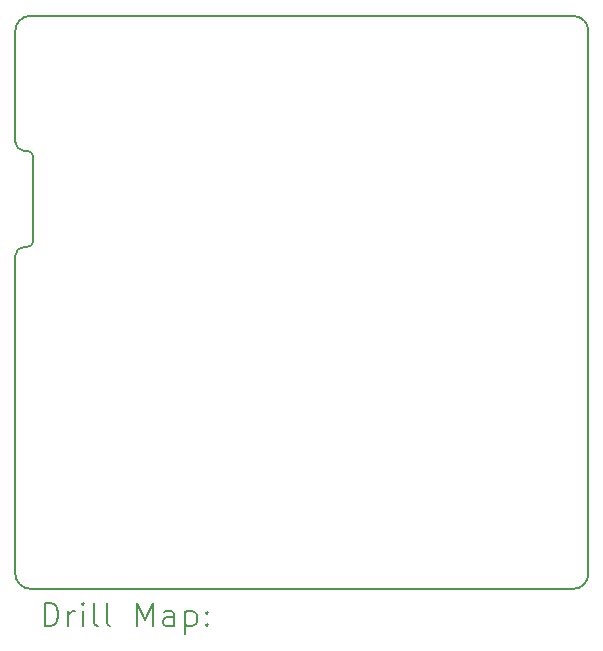
<source format=gbr>
%TF.GenerationSoftware,KiCad,Pcbnew,(6.0.7)*%
%TF.CreationDate,2023-04-08T23:38:01+02:00*%
%TF.ProjectId,hb-uni-644_328P_small,68622d75-6e69-42d3-9634-345f33323850,rev?*%
%TF.SameCoordinates,Original*%
%TF.FileFunction,Drillmap*%
%TF.FilePolarity,Positive*%
%FSLAX45Y45*%
G04 Gerber Fmt 4.5, Leading zero omitted, Abs format (unit mm)*
G04 Created by KiCad (PCBNEW (6.0.7)) date 2023-04-08 23:38:01*
%MOMM*%
%LPD*%
G01*
G04 APERTURE LIST*
%ADD10C,0.150000*%
%ADD11C,0.200000*%
G04 APERTURE END LIST*
D10*
X2870200Y-6731000D02*
G75*
G03*
X2921000Y-6680200I0J50800D01*
G01*
X2768603Y-9498697D02*
G75*
G03*
X2895600Y-9625697I126997J-3D01*
G01*
X7493000Y-9626600D02*
X2895600Y-9625697D01*
X2895600Y-4775200D02*
G75*
G03*
X2768600Y-4902200I0J-127000D01*
G01*
X2895600Y-4775200D02*
X7493000Y-4775200D01*
X2844800Y-5918200D02*
X2870200Y-5918200D01*
X2921000Y-5969000D02*
G75*
G03*
X2870200Y-5918200I-50800J0D01*
G01*
X7620000Y-4902200D02*
G75*
G03*
X7493000Y-4775200I-127000J0D01*
G01*
X2921000Y-5969000D02*
X2921000Y-6680200D01*
X2768600Y-9498697D02*
X2768600Y-6807200D01*
X2844800Y-6731000D02*
X2870200Y-6731000D01*
X7620000Y-4902200D02*
X7620000Y-9499600D01*
X7493000Y-9626600D02*
G75*
G03*
X7620000Y-9499600I0J127000D01*
G01*
X2768600Y-5842000D02*
G75*
G03*
X2844800Y-5918200I76200J0D01*
G01*
X2844800Y-6731000D02*
G75*
G03*
X2768600Y-6807200I0J-76200D01*
G01*
X2768600Y-5842000D02*
X2768600Y-4902200D01*
D11*
X3018719Y-9944576D02*
X3018719Y-9744576D01*
X3066338Y-9744576D01*
X3094909Y-9754100D01*
X3113957Y-9773148D01*
X3123481Y-9792195D01*
X3133005Y-9830290D01*
X3133005Y-9858862D01*
X3123481Y-9896957D01*
X3113957Y-9916005D01*
X3094909Y-9935052D01*
X3066338Y-9944576D01*
X3018719Y-9944576D01*
X3218719Y-9944576D02*
X3218719Y-9811243D01*
X3218719Y-9849338D02*
X3228243Y-9830290D01*
X3237767Y-9820767D01*
X3256814Y-9811243D01*
X3275862Y-9811243D01*
X3342528Y-9944576D02*
X3342528Y-9811243D01*
X3342528Y-9744576D02*
X3333005Y-9754100D01*
X3342528Y-9763624D01*
X3352052Y-9754100D01*
X3342528Y-9744576D01*
X3342528Y-9763624D01*
X3466338Y-9944576D02*
X3447290Y-9935052D01*
X3437767Y-9916005D01*
X3437767Y-9744576D01*
X3571100Y-9944576D02*
X3552052Y-9935052D01*
X3542528Y-9916005D01*
X3542528Y-9744576D01*
X3799671Y-9944576D02*
X3799671Y-9744576D01*
X3866338Y-9887433D01*
X3933005Y-9744576D01*
X3933005Y-9944576D01*
X4113957Y-9944576D02*
X4113957Y-9839814D01*
X4104433Y-9820767D01*
X4085386Y-9811243D01*
X4047290Y-9811243D01*
X4028243Y-9820767D01*
X4113957Y-9935052D02*
X4094909Y-9944576D01*
X4047290Y-9944576D01*
X4028243Y-9935052D01*
X4018719Y-9916005D01*
X4018719Y-9896957D01*
X4028243Y-9877910D01*
X4047290Y-9868386D01*
X4094909Y-9868386D01*
X4113957Y-9858862D01*
X4209195Y-9811243D02*
X4209195Y-10011243D01*
X4209195Y-9820767D02*
X4228243Y-9811243D01*
X4266338Y-9811243D01*
X4285386Y-9820767D01*
X4294910Y-9830290D01*
X4304433Y-9849338D01*
X4304433Y-9906481D01*
X4294910Y-9925529D01*
X4285386Y-9935052D01*
X4266338Y-9944576D01*
X4228243Y-9944576D01*
X4209195Y-9935052D01*
X4390148Y-9925529D02*
X4399671Y-9935052D01*
X4390148Y-9944576D01*
X4380624Y-9935052D01*
X4390148Y-9925529D01*
X4390148Y-9944576D01*
X4390148Y-9820767D02*
X4399671Y-9830290D01*
X4390148Y-9839814D01*
X4380624Y-9830290D01*
X4390148Y-9820767D01*
X4390148Y-9839814D01*
M02*

</source>
